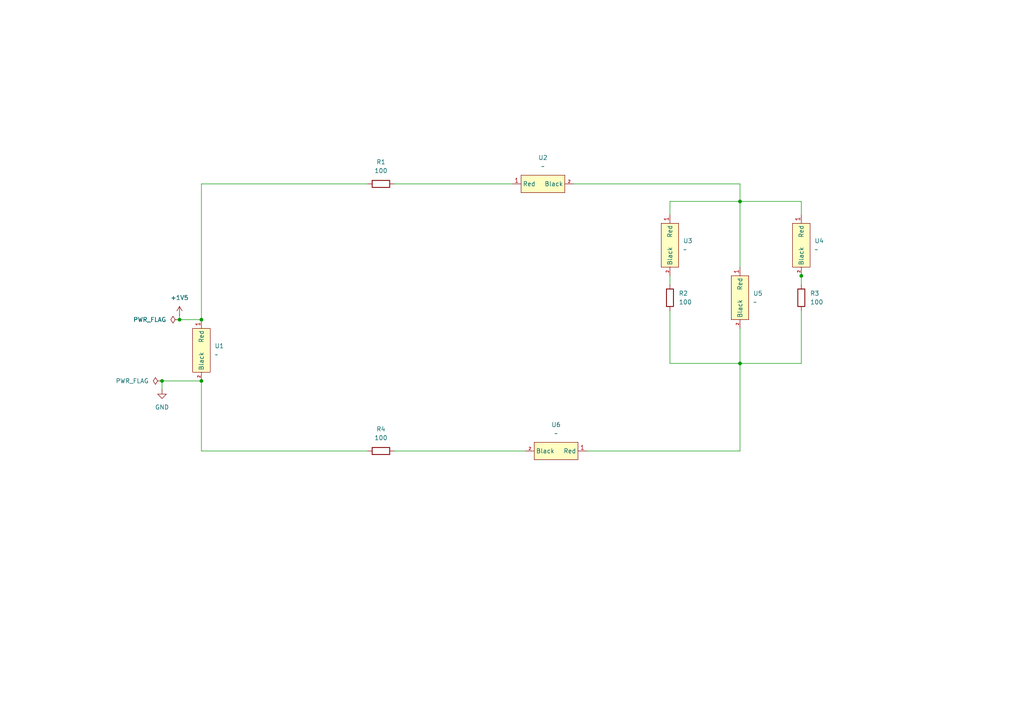
<source format=kicad_sch>
(kicad_sch
	(version 20250114)
	(generator "eeschema")
	(generator_version "9.0")
	(uuid "29a307a4-265a-4481-96fb-3bf79f08ec3f")
	(paper "A4")
	(title_block
		(title "KVL & KCL")
		(date "2026-01-20")
		(rev "1.0")
		(company "The University of Winnipeg")
		(comment 1 "Commissoned by Chris Bidinosti")
		(comment 2 "Designed by Tapendra B C")
	)
	(lib_symbols
		(symbol "Device:R"
			(pin_numbers
				(hide yes)
			)
			(pin_names
				(offset 0)
			)
			(exclude_from_sim no)
			(in_bom yes)
			(on_board yes)
			(property "Reference" "R"
				(at 2.032 0 90)
				(effects
					(font
						(size 1.27 1.27)
					)
				)
			)
			(property "Value" "R"
				(at 0 0 90)
				(effects
					(font
						(size 1.27 1.27)
					)
				)
			)
			(property "Footprint" ""
				(at -1.778 0 90)
				(effects
					(font
						(size 1.27 1.27)
					)
					(hide yes)
				)
			)
			(property "Datasheet" "~"
				(at 0 0 0)
				(effects
					(font
						(size 1.27 1.27)
					)
					(hide yes)
				)
			)
			(property "Description" "Resistor"
				(at 0 0 0)
				(effects
					(font
						(size 1.27 1.27)
					)
					(hide yes)
				)
			)
			(property "ki_keywords" "R res resistor"
				(at 0 0 0)
				(effects
					(font
						(size 1.27 1.27)
					)
					(hide yes)
				)
			)
			(property "ki_fp_filters" "R_*"
				(at 0 0 0)
				(effects
					(font
						(size 1.27 1.27)
					)
					(hide yes)
				)
			)
			(symbol "R_0_1"
				(rectangle
					(start -1.016 -2.54)
					(end 1.016 2.54)
					(stroke
						(width 0.254)
						(type default)
					)
					(fill
						(type none)
					)
				)
			)
			(symbol "R_1_1"
				(pin passive line
					(at 0 3.81 270)
					(length 1.27)
					(name "~"
						(effects
							(font
								(size 1.27 1.27)
							)
						)
					)
					(number "1"
						(effects
							(font
								(size 1.27 1.27)
							)
						)
					)
				)
				(pin passive line
					(at 0 -3.81 90)
					(length 1.27)
					(name "~"
						(effects
							(font
								(size 1.27 1.27)
							)
						)
					)
					(number "2"
						(effects
							(font
								(size 1.27 1.27)
							)
						)
					)
				)
			)
			(embedded_fonts no)
		)
		(symbol "banana_connector:red_and_black_banana_connectors"
			(exclude_from_sim no)
			(in_bom yes)
			(on_board yes)
			(property "Reference" "U"
				(at 0.508 0.762 0)
				(effects
					(font
						(size 1.27 1.27)
					)
				)
			)
			(property "Value" ""
				(at 0 0 0)
				(effects
					(font
						(size 1.27 1.27)
					)
				)
			)
			(property "Footprint" "banana_connector:Red&BlackBananaConnector"
				(at 26.67 -11.176 0)
				(effects
					(font
						(size 1.27 1.27)
					)
					(hide yes)
				)
			)
			(property "Datasheet" "https://ctemedia.s3-us-west-1.amazonaws.com/public/attachments/CT3149_drawing.pdf"
				(at 48.514 -18.034 0)
				(effects
					(font
						(size 1.27 1.27)
					)
					(hide yes)
				)
			)
			(property "Description" "Banana Connector Female(CT3149-2(red), CT3149-0(black))"
				(at 35.052 -15.748 0)
				(effects
					(font
						(size 1.27 1.27)
					)
					(hide yes)
				)
			)
			(property "Vendor" "Digikey"
				(at 33.02 -13.462 0)
				(effects
					(font
						(size 1.27 1.27)
					)
					(hide yes)
				)
			)
			(symbol "red_and_black_banana_connectors_1_0"
				(pin unspecified line
					(at -2.54 -2.54 0)
					(length 2.54)
					(name "Red"
						(effects
							(font
								(size 1.27 1.27)
							)
						)
					)
					(number "1"
						(effects
							(font
								(size 1.27 1.27)
							)
						)
					)
				)
			)
			(symbol "red_and_black_banana_connectors_1_1"
				(rectangle
					(start 0 0)
					(end 12.7 -5.08)
					(stroke
						(width 0)
						(type solid)
					)
					(fill
						(type background)
					)
				)
				(pin unspecified line
					(at 15.24 -2.54 180)
					(length 2.54)
					(name "Black"
						(effects
							(font
								(size 1.27 1.27)
							)
						)
					)
					(number "2"
						(effects
							(font
								(size 0.762 0.762)
							)
						)
					)
				)
			)
			(embedded_fonts no)
		)
		(symbol "power:+1V5"
			(power)
			(pin_numbers
				(hide yes)
			)
			(pin_names
				(offset 0)
				(hide yes)
			)
			(exclude_from_sim no)
			(in_bom yes)
			(on_board yes)
			(property "Reference" "#PWR"
				(at 0 -3.81 0)
				(effects
					(font
						(size 1.27 1.27)
					)
					(hide yes)
				)
			)
			(property "Value" "+1V5"
				(at 0 3.556 0)
				(effects
					(font
						(size 1.27 1.27)
					)
				)
			)
			(property "Footprint" ""
				(at 0 0 0)
				(effects
					(font
						(size 1.27 1.27)
					)
					(hide yes)
				)
			)
			(property "Datasheet" ""
				(at 0 0 0)
				(effects
					(font
						(size 1.27 1.27)
					)
					(hide yes)
				)
			)
			(property "Description" "Power symbol creates a global label with name \"+1V5\""
				(at 0 0 0)
				(effects
					(font
						(size 1.27 1.27)
					)
					(hide yes)
				)
			)
			(property "ki_keywords" "global power"
				(at 0 0 0)
				(effects
					(font
						(size 1.27 1.27)
					)
					(hide yes)
				)
			)
			(symbol "+1V5_0_1"
				(polyline
					(pts
						(xy -0.762 1.27) (xy 0 2.54)
					)
					(stroke
						(width 0)
						(type default)
					)
					(fill
						(type none)
					)
				)
				(polyline
					(pts
						(xy 0 2.54) (xy 0.762 1.27)
					)
					(stroke
						(width 0)
						(type default)
					)
					(fill
						(type none)
					)
				)
				(polyline
					(pts
						(xy 0 0) (xy 0 2.54)
					)
					(stroke
						(width 0)
						(type default)
					)
					(fill
						(type none)
					)
				)
			)
			(symbol "+1V5_1_1"
				(pin power_in line
					(at 0 0 90)
					(length 0)
					(name "~"
						(effects
							(font
								(size 1.27 1.27)
							)
						)
					)
					(number "1"
						(effects
							(font
								(size 1.27 1.27)
							)
						)
					)
				)
			)
			(embedded_fonts no)
		)
		(symbol "power:GND"
			(power)
			(pin_numbers
				(hide yes)
			)
			(pin_names
				(offset 0)
				(hide yes)
			)
			(exclude_from_sim no)
			(in_bom yes)
			(on_board yes)
			(property "Reference" "#PWR"
				(at 0 -6.35 0)
				(effects
					(font
						(size 1.27 1.27)
					)
					(hide yes)
				)
			)
			(property "Value" "GND"
				(at 0 -3.81 0)
				(effects
					(font
						(size 1.27 1.27)
					)
				)
			)
			(property "Footprint" ""
				(at 0 0 0)
				(effects
					(font
						(size 1.27 1.27)
					)
					(hide yes)
				)
			)
			(property "Datasheet" ""
				(at 0 0 0)
				(effects
					(font
						(size 1.27 1.27)
					)
					(hide yes)
				)
			)
			(property "Description" "Power symbol creates a global label with name \"GND\" , ground"
				(at 0 0 0)
				(effects
					(font
						(size 1.27 1.27)
					)
					(hide yes)
				)
			)
			(property "ki_keywords" "global power"
				(at 0 0 0)
				(effects
					(font
						(size 1.27 1.27)
					)
					(hide yes)
				)
			)
			(symbol "GND_0_1"
				(polyline
					(pts
						(xy 0 0) (xy 0 -1.27) (xy 1.27 -1.27) (xy 0 -2.54) (xy -1.27 -1.27) (xy 0 -1.27)
					)
					(stroke
						(width 0)
						(type default)
					)
					(fill
						(type none)
					)
				)
			)
			(symbol "GND_1_1"
				(pin power_in line
					(at 0 0 270)
					(length 0)
					(name "~"
						(effects
							(font
								(size 1.27 1.27)
							)
						)
					)
					(number "1"
						(effects
							(font
								(size 1.27 1.27)
							)
						)
					)
				)
			)
			(embedded_fonts no)
		)
		(symbol "power:PWR_FLAG"
			(power)
			(pin_numbers
				(hide yes)
			)
			(pin_names
				(offset 0)
				(hide yes)
			)
			(exclude_from_sim no)
			(in_bom yes)
			(on_board yes)
			(property "Reference" "#FLG"
				(at 0 1.905 0)
				(effects
					(font
						(size 1.27 1.27)
					)
					(hide yes)
				)
			)
			(property "Value" "PWR_FLAG"
				(at 0 3.81 0)
				(effects
					(font
						(size 1.27 1.27)
					)
				)
			)
			(property "Footprint" ""
				(at 0 0 0)
				(effects
					(font
						(size 1.27 1.27)
					)
					(hide yes)
				)
			)
			(property "Datasheet" "~"
				(at 0 0 0)
				(effects
					(font
						(size 1.27 1.27)
					)
					(hide yes)
				)
			)
			(property "Description" "Special symbol for telling ERC where power comes from"
				(at 0 0 0)
				(effects
					(font
						(size 1.27 1.27)
					)
					(hide yes)
				)
			)
			(property "ki_keywords" "flag power"
				(at 0 0 0)
				(effects
					(font
						(size 1.27 1.27)
					)
					(hide yes)
				)
			)
			(symbol "PWR_FLAG_0_0"
				(pin power_out line
					(at 0 0 90)
					(length 0)
					(name "~"
						(effects
							(font
								(size 1.27 1.27)
							)
						)
					)
					(number "1"
						(effects
							(font
								(size 1.27 1.27)
							)
						)
					)
				)
			)
			(symbol "PWR_FLAG_0_1"
				(polyline
					(pts
						(xy 0 0) (xy 0 1.27) (xy -1.016 1.905) (xy 0 2.54) (xy 1.016 1.905) (xy 0 1.27)
					)
					(stroke
						(width 0)
						(type default)
					)
					(fill
						(type none)
					)
				)
			)
			(embedded_fonts no)
		)
	)
	(junction
		(at 58.42 92.71)
		(diameter 0)
		(color 0 0 0 0)
		(uuid "3e07661e-ff8c-4501-9969-20e9ede66726")
	)
	(junction
		(at 232.41 80.01)
		(diameter 0)
		(color 0 0 0 0)
		(uuid "6ddb1a09-1489-4be7-9060-203273635e12")
	)
	(junction
		(at 52.07 92.71)
		(diameter 0)
		(color 0 0 0 0)
		(uuid "af8a2dae-13e5-4071-9bb6-651baca5d6de")
	)
	(junction
		(at 46.99 110.49)
		(diameter 0)
		(color 0 0 0 0)
		(uuid "b58907dc-7c63-4609-983f-06e09e1a4759")
	)
	(junction
		(at 214.63 105.41)
		(diameter 0)
		(color 0 0 0 0)
		(uuid "c7ca5399-c3b4-4f09-9245-9ae3a1fbddb8")
	)
	(junction
		(at 58.42 110.49)
		(diameter 0)
		(color 0 0 0 0)
		(uuid "dac7e697-bb8c-4869-8f6b-8efae9b99bbf")
	)
	(junction
		(at 214.63 58.42)
		(diameter 0)
		(color 0 0 0 0)
		(uuid "ea0ad226-11e7-4ec9-91b7-df9b112eabcb")
	)
	(wire
		(pts
			(xy 194.31 62.23) (xy 194.31 58.42)
		)
		(stroke
			(width 0)
			(type default)
		)
		(uuid "06e30f46-d1c4-4d5b-aaee-9465bd56803b")
	)
	(wire
		(pts
			(xy 214.63 95.25) (xy 214.63 105.41)
		)
		(stroke
			(width 0)
			(type default)
		)
		(uuid "0aed1bd4-794a-4757-ad49-1f62d196e50f")
	)
	(wire
		(pts
			(xy 58.42 110.49) (xy 46.99 110.49)
		)
		(stroke
			(width 0)
			(type default)
		)
		(uuid "19db7d86-f511-4da6-83b0-4ce5418bd1e0")
	)
	(wire
		(pts
			(xy 214.63 58.42) (xy 214.63 77.47)
		)
		(stroke
			(width 0)
			(type default)
		)
		(uuid "1b778025-22e2-4296-8588-4087c0c0e737")
	)
	(wire
		(pts
			(xy 114.3 130.81) (xy 152.4 130.81)
		)
		(stroke
			(width 0)
			(type default)
		)
		(uuid "39c01123-8fc0-4c4e-a060-bf681ce91870")
	)
	(wire
		(pts
			(xy 232.41 58.42) (xy 232.41 62.23)
		)
		(stroke
			(width 0)
			(type default)
		)
		(uuid "471bfc52-b83b-44dc-b2dd-f684e2d7ad7b")
	)
	(wire
		(pts
			(xy 214.63 58.42) (xy 232.41 58.42)
		)
		(stroke
			(width 0)
			(type default)
		)
		(uuid "5d0737ef-3efa-4ecb-bd4d-0cf302be140d")
	)
	(wire
		(pts
			(xy 214.63 53.34) (xy 166.37 53.34)
		)
		(stroke
			(width 0)
			(type default)
		)
		(uuid "7396f9c4-8eda-40a9-95a3-4cfe823fbc7f")
	)
	(wire
		(pts
			(xy 58.42 92.71) (xy 52.07 92.71)
		)
		(stroke
			(width 0)
			(type default)
		)
		(uuid "75e4edd8-9497-4a05-8240-9b8a21f3d46f")
	)
	(wire
		(pts
			(xy 58.42 110.49) (xy 58.42 130.81)
		)
		(stroke
			(width 0)
			(type default)
		)
		(uuid "7b345ec8-05bc-40c1-90e9-02d8283b4611")
	)
	(wire
		(pts
			(xy 194.31 58.42) (xy 214.63 58.42)
		)
		(stroke
			(width 0)
			(type default)
		)
		(uuid "8375c901-a587-4263-9170-22ca249c2824")
	)
	(wire
		(pts
			(xy 46.99 110.49) (xy 46.99 113.03)
		)
		(stroke
			(width 0)
			(type default)
		)
		(uuid "88783ea0-41df-4325-83d0-4094b5e60fa9")
	)
	(wire
		(pts
			(xy 170.18 130.81) (xy 214.63 130.81)
		)
		(stroke
			(width 0)
			(type default)
		)
		(uuid "8a76a580-2591-4bb6-8124-91cc457d9955")
	)
	(wire
		(pts
			(xy 52.07 92.71) (xy 52.07 91.44)
		)
		(stroke
			(width 0)
			(type default)
		)
		(uuid "998f6b0e-111e-47d2-8e10-1e8d50339a8b")
	)
	(wire
		(pts
			(xy 58.42 130.81) (xy 106.68 130.81)
		)
		(stroke
			(width 0)
			(type default)
		)
		(uuid "9b665c61-6d4f-4fb0-ac19-24e27916ad83")
	)
	(wire
		(pts
			(xy 194.31 80.01) (xy 194.31 82.55)
		)
		(stroke
			(width 0)
			(type default)
		)
		(uuid "9be88c46-863e-43be-be55-8d3cfda573b1")
	)
	(wire
		(pts
			(xy 214.63 58.42) (xy 214.63 53.34)
		)
		(stroke
			(width 0)
			(type default)
		)
		(uuid "a06f724e-b5c8-4bda-af9c-9183266012ef")
	)
	(wire
		(pts
			(xy 194.31 105.41) (xy 194.31 90.17)
		)
		(stroke
			(width 0)
			(type default)
		)
		(uuid "b97b4d71-10ee-42f2-901b-5028f054d297")
	)
	(wire
		(pts
			(xy 114.3 53.34) (xy 148.59 53.34)
		)
		(stroke
			(width 0)
			(type default)
		)
		(uuid "bbc1fbed-6de0-428a-8d98-2af8fe4f75d1")
	)
	(wire
		(pts
			(xy 58.42 53.34) (xy 58.42 92.71)
		)
		(stroke
			(width 0)
			(type default)
		)
		(uuid "c2ed313c-8994-44a4-b251-99845cd5b8b8")
	)
	(wire
		(pts
			(xy 214.63 105.41) (xy 232.41 105.41)
		)
		(stroke
			(width 0)
			(type default)
		)
		(uuid "c6f5163b-d110-48e0-bd9d-0c72dcd6328b")
	)
	(wire
		(pts
			(xy 232.41 80.01) (xy 232.41 82.55)
		)
		(stroke
			(width 0)
			(type default)
		)
		(uuid "cca57d66-77e0-4dbb-97b1-5b5aa91f8e49")
	)
	(wire
		(pts
			(xy 214.63 130.81) (xy 214.63 105.41)
		)
		(stroke
			(width 0)
			(type default)
		)
		(uuid "d935c1f8-696d-421e-b0c6-cdcce95bbfb6")
	)
	(wire
		(pts
			(xy 232.41 105.41) (xy 232.41 90.17)
		)
		(stroke
			(width 0)
			(type default)
		)
		(uuid "deb2fd35-35f9-484d-8e6e-c988c60089e7")
	)
	(wire
		(pts
			(xy 194.31 105.41) (xy 214.63 105.41)
		)
		(stroke
			(width 0)
			(type default)
		)
		(uuid "e5bd5979-a04c-4135-b9e4-14537aad0b8e")
	)
	(wire
		(pts
			(xy 232.41 78.74) (xy 232.41 80.01)
		)
		(stroke
			(width 0)
			(type default)
		)
		(uuid "eb195468-aaa2-452b-9d8e-96b4ee006b35")
	)
	(wire
		(pts
			(xy 106.68 53.34) (xy 58.42 53.34)
		)
		(stroke
			(width 0)
			(type default)
		)
		(uuid "f4a548a1-bf20-483c-9cc4-791c960e8cb4")
	)
	(symbol
		(lib_id "Device:R")
		(at 110.49 130.81 90)
		(unit 1)
		(exclude_from_sim no)
		(in_bom yes)
		(on_board yes)
		(dnp no)
		(fields_autoplaced yes)
		(uuid "11df214e-0c81-4368-924f-50b06542997b")
		(property "Reference" "R4"
			(at 110.49 124.46 90)
			(effects
				(font
					(size 1.27 1.27)
				)
			)
		)
		(property "Value" "100"
			(at 110.49 127 90)
			(effects
				(font
					(size 1.27 1.27)
				)
			)
		)
		(property "Footprint" "Resistor_THT:R_Axial_DIN0309_L9.0mm_D3.2mm_P12.70mm_Horizontal"
			(at 110.49 132.588 90)
			(effects
				(font
					(size 1.27 1.27)
				)
				(hide yes)
			)
		)
		(property "Datasheet" "https://yageogroup.com/content/datasheet/asset/file/YAGEO-MFP_DATASHEET"
			(at 110.49 130.81 0)
			(effects
				(font
					(size 1.27 1.27)
				)
				(hide yes)
			)
		)
		(property "Description" "Resistor"
			(at 110.49 130.81 0)
			(effects
				(font
					(size 1.27 1.27)
				)
				(hide yes)
			)
		)
		(property "Vendor" "Digikey, https://www.digikey.ca/en/products/detail/yageo/MFP50SBBE52-100R/9127279"
			(at 110.49 130.81 90)
			(effects
				(font
					(size 1.27 1.27)
				)
				(hide yes)
			)
		)
		(pin "1"
			(uuid "123f2d13-df50-4168-ae98-b9c091206e29")
		)
		(pin "2"
			(uuid "96890d12-2146-4677-a970-793742b949ce")
		)
		(instances
			(project "KVL+KCL"
				(path "/29a307a4-265a-4481-96fb-3bf79f08ec3f"
					(reference "R4")
					(unit 1)
				)
			)
		)
	)
	(symbol
		(lib_id "Device:R")
		(at 110.49 53.34 90)
		(unit 1)
		(exclude_from_sim no)
		(in_bom yes)
		(on_board yes)
		(dnp no)
		(fields_autoplaced yes)
		(uuid "174cafd2-8fd4-4a3f-9ca3-b6d1b50869de")
		(property "Reference" "R1"
			(at 110.49 46.99 90)
			(effects
				(font
					(size 1.27 1.27)
				)
			)
		)
		(property "Value" "100"
			(at 110.49 49.53 90)
			(effects
				(font
					(size 1.27 1.27)
				)
			)
		)
		(property "Footprint" "Resistor_THT:R_Axial_DIN0309_L9.0mm_D3.2mm_P12.70mm_Horizontal"
			(at 110.49 55.118 90)
			(effects
				(font
					(size 1.27 1.27)
				)
				(hide yes)
			)
		)
		(property "Datasheet" "https://yageogroup.com/content/datasheet/asset/file/YAGEO-MFP_DATASHEET"
			(at 110.49 53.34 0)
			(effects
				(font
					(size 1.27 1.27)
				)
				(hide yes)
			)
		)
		(property "Description" "Resistor"
			(at 110.49 53.34 0)
			(effects
				(font
					(size 1.27 1.27)
				)
				(hide yes)
			)
		)
		(property "Vendor" "Digikey, https://www.digikey.ca/en/products/detail/yageo/MFP50SBBE52-100R/9127279"
			(at 110.49 53.34 90)
			(effects
				(font
					(size 1.27 1.27)
				)
				(hide yes)
			)
		)
		(pin "1"
			(uuid "b7273e6b-24b8-45bf-a925-7196c2a9f3e5")
		)
		(pin "2"
			(uuid "955b56fd-5bb8-42eb-be5e-fdeb10808ccf")
		)
		(instances
			(project ""
				(path "/29a307a4-265a-4481-96fb-3bf79f08ec3f"
					(reference "R1")
					(unit 1)
				)
			)
		)
	)
	(symbol
		(lib_id "banana_connector:red_and_black_banana_connectors")
		(at 60.96 95.25 270)
		(unit 1)
		(exclude_from_sim no)
		(in_bom yes)
		(on_board yes)
		(dnp no)
		(fields_autoplaced yes)
		(uuid "1abe3fc7-68d7-41db-b0fa-f3c9ae2fa4a3")
		(property "Reference" "U1"
			(at 62.23 100.3299 90)
			(effects
				(font
					(size 1.27 1.27)
				)
				(justify left)
			)
		)
		(property "Value" "~"
			(at 62.23 102.8699 90)
			(effects
				(font
					(size 1.27 1.27)
				)
				(justify left)
			)
		)
		(property "Footprint" "banana_connector:Red&BlackBananaConnector"
			(at 49.784 121.92 0)
			(effects
				(font
					(size 1.27 1.27)
				)
				(hide yes)
			)
		)
		(property "Datasheet" "https://ctemedia.s3-us-west-1.amazonaws.com/public/attachments/CT3149_drawing.pdf"
			(at 42.926 143.764 0)
			(effects
				(font
					(size 1.27 1.27)
				)
				(hide yes)
			)
		)
		(property "Description" "Banana Connector Female(CT3149-2(red), CT3149-0(black))"
			(at 45.212 130.302 0)
			(effects
				(font
					(size 1.27 1.27)
				)
				(hide yes)
			)
		)
		(property "Vendor" "Digikey"
			(at 47.498 128.27 0)
			(effects
				(font
					(size 1.27 1.27)
				)
				(hide yes)
			)
		)
		(pin "2"
			(uuid "c1492e69-598b-42df-a633-d56f1266e539")
		)
		(pin "1"
			(uuid "30525fcc-1442-4eff-b497-cc8b8c2aace1")
		)
		(instances
			(project ""
				(path "/29a307a4-265a-4481-96fb-3bf79f08ec3f"
					(reference "U1")
					(unit 1)
				)
			)
		)
	)
	(symbol
		(lib_id "banana_connector:red_and_black_banana_connectors")
		(at 234.95 64.77 270)
		(unit 1)
		(exclude_from_sim no)
		(in_bom yes)
		(on_board yes)
		(dnp no)
		(fields_autoplaced yes)
		(uuid "1c837e42-4316-40e7-b33a-0c79a067e5b6")
		(property "Reference" "U4"
			(at 236.22 69.8499 90)
			(effects
				(font
					(size 1.27 1.27)
				)
				(justify left)
			)
		)
		(property "Value" "~"
			(at 236.22 72.3899 90)
			(effects
				(font
					(size 1.27 1.27)
				)
				(justify left)
			)
		)
		(property "Footprint" "banana_connector:Red&BlackBananaConnector"
			(at 223.774 91.44 0)
			(effects
				(font
					(size 1.27 1.27)
				)
				(hide yes)
			)
		)
		(property "Datasheet" "https://ctemedia.s3-us-west-1.amazonaws.com/public/attachments/CT3149_drawing.pdf"
			(at 216.916 113.284 0)
			(effects
				(font
					(size 1.27 1.27)
				)
				(hide yes)
			)
		)
		(property "Description" "Banana Connector Female(CT3149-2(red), CT3149-0(black))"
			(at 219.202 99.822 0)
			(effects
				(font
					(size 1.27 1.27)
				)
				(hide yes)
			)
		)
		(property "Vendor" "Digikey"
			(at 221.488 97.79 0)
			(effects
				(font
					(size 1.27 1.27)
				)
				(hide yes)
			)
		)
		(pin "2"
			(uuid "42b15549-eb6f-4ef0-ac6d-804748e0b8ab")
		)
		(pin "1"
			(uuid "57ecbb12-5f4a-4f7f-9469-5c3b024a44fd")
		)
		(instances
			(project "KVL+KCL"
				(path "/29a307a4-265a-4481-96fb-3bf79f08ec3f"
					(reference "U4")
					(unit 1)
				)
			)
		)
	)
	(symbol
		(lib_id "banana_connector:red_and_black_banana_connectors")
		(at 151.13 50.8 0)
		(unit 1)
		(exclude_from_sim no)
		(in_bom yes)
		(on_board yes)
		(dnp no)
		(fields_autoplaced yes)
		(uuid "48cab616-e4fb-4bce-8c62-1b0a7d09fbeb")
		(property "Reference" "U2"
			(at 157.48 45.72 0)
			(effects
				(font
					(size 1.27 1.27)
				)
			)
		)
		(property "Value" "~"
			(at 157.48 48.26 0)
			(effects
				(font
					(size 1.27 1.27)
				)
			)
		)
		(property "Footprint" "banana_connector:Red&BlackBananaConnector"
			(at 177.8 61.976 0)
			(effects
				(font
					(size 1.27 1.27)
				)
				(hide yes)
			)
		)
		(property "Datasheet" "https://ctemedia.s3-us-west-1.amazonaws.com/public/attachments/CT3149_drawing.pdf"
			(at 199.644 68.834 0)
			(effects
				(font
					(size 1.27 1.27)
				)
				(hide yes)
			)
		)
		(property "Description" "Banana Connector Female(CT3149-2(red), CT3149-0(black))"
			(at 186.182 66.548 0)
			(effects
				(font
					(size 1.27 1.27)
				)
				(hide yes)
			)
		)
		(property "Vendor" "Digikey"
			(at 184.15 64.262 0)
			(effects
				(font
					(size 1.27 1.27)
				)
				(hide yes)
			)
		)
		(pin "2"
			(uuid "c6cc8dcc-aea2-44a3-9519-64efeccb1bc9")
		)
		(pin "1"
			(uuid "03c99852-107b-4156-95cf-76367d5dde85")
		)
		(instances
			(project "KVL+KCL"
				(path "/29a307a4-265a-4481-96fb-3bf79f08ec3f"
					(reference "U2")
					(unit 1)
				)
			)
		)
	)
	(symbol
		(lib_id "power:+1V5")
		(at 52.07 91.44 0)
		(unit 1)
		(exclude_from_sim no)
		(in_bom yes)
		(on_board yes)
		(dnp no)
		(fields_autoplaced yes)
		(uuid "64be0c79-f5ed-44bc-98a2-774831c9e159")
		(property "Reference" "#PWR01"
			(at 52.07 95.25 0)
			(effects
				(font
					(size 1.27 1.27)
				)
				(hide yes)
			)
		)
		(property "Value" "+1V5"
			(at 52.07 86.36 0)
			(effects
				(font
					(size 1.27 1.27)
				)
			)
		)
		(property "Footprint" ""
			(at 52.07 91.44 0)
			(effects
				(font
					(size 1.27 1.27)
				)
				(hide yes)
			)
		)
		(property "Datasheet" ""
			(at 52.07 91.44 0)
			(effects
				(font
					(size 1.27 1.27)
				)
				(hide yes)
			)
		)
		(property "Description" "Power symbol creates a global label with name \"+1V5\""
			(at 52.07 91.44 0)
			(effects
				(font
					(size 1.27 1.27)
				)
				(hide yes)
			)
		)
		(pin "1"
			(uuid "54ea01c1-bf81-4ae4-bb3d-bbb90846d474")
		)
		(instances
			(project ""
				(path "/29a307a4-265a-4481-96fb-3bf79f08ec3f"
					(reference "#PWR01")
					(unit 1)
				)
			)
		)
	)
	(symbol
		(lib_id "banana_connector:red_and_black_banana_connectors")
		(at 167.64 133.35 180)
		(unit 1)
		(exclude_from_sim no)
		(in_bom yes)
		(on_board yes)
		(dnp no)
		(fields_autoplaced yes)
		(uuid "6a38b5b6-0f43-4f48-b29e-0849705dbc8d")
		(property "Reference" "U6"
			(at 161.29 123.19 0)
			(effects
				(font
					(size 1.27 1.27)
				)
			)
		)
		(property "Value" "~"
			(at 161.29 125.73 0)
			(effects
				(font
					(size 1.27 1.27)
				)
			)
		)
		(property "Footprint" "banana_connector:Red&BlackBananaConnector"
			(at 140.97 122.174 0)
			(effects
				(font
					(size 1.27 1.27)
				)
				(hide yes)
			)
		)
		(property "Datasheet" "https://ctemedia.s3-us-west-1.amazonaws.com/public/attachments/CT3149_drawing.pdf"
			(at 119.126 115.316 0)
			(effects
				(font
					(size 1.27 1.27)
				)
				(hide yes)
			)
		)
		(property "Description" "Banana Connector Female(CT3149-2(red), CT3149-0(black))"
			(at 132.588 117.602 0)
			(effects
				(font
					(size 1.27 1.27)
				)
				(hide yes)
			)
		)
		(property "Vendor" "Digikey"
			(at 134.62 119.888 0)
			(effects
				(font
					(size 1.27 1.27)
				)
				(hide yes)
			)
		)
		(pin "2"
			(uuid "4fbc39e4-e73d-4051-9013-d07a6cd91059")
		)
		(pin "1"
			(uuid "dbd92c86-4070-4a6b-a797-a59fa3d0b124")
		)
		(instances
			(project "KVL+KCL"
				(path "/29a307a4-265a-4481-96fb-3bf79f08ec3f"
					(reference "U6")
					(unit 1)
				)
			)
		)
	)
	(symbol
		(lib_id "power:PWR_FLAG")
		(at 46.99 110.49 90)
		(unit 1)
		(exclude_from_sim no)
		(in_bom yes)
		(on_board yes)
		(dnp no)
		(fields_autoplaced yes)
		(uuid "80730a15-72ac-4ed2-9e57-9dbb1ab8f674")
		(property "Reference" "#FLG02"
			(at 45.085 110.49 0)
			(effects
				(font
					(size 1.27 1.27)
				)
				(hide yes)
			)
		)
		(property "Value" "PWR_FLAG"
			(at 43.18 110.4899 90)
			(effects
				(font
					(size 1.27 1.27)
				)
				(justify left)
			)
		)
		(property "Footprint" ""
			(at 46.99 110.49 0)
			(effects
				(font
					(size 1.27 1.27)
				)
				(hide yes)
			)
		)
		(property "Datasheet" "~"
			(at 46.99 110.49 0)
			(effects
				(font
					(size 1.27 1.27)
				)
				(hide yes)
			)
		)
		(property "Description" "Special symbol for telling ERC where power comes from"
			(at 46.99 110.49 0)
			(effects
				(font
					(size 1.27 1.27)
				)
				(hide yes)
			)
		)
		(pin "1"
			(uuid "1cfff4f1-d7af-4188-ba52-d4dabc3db0e0")
		)
		(instances
			(project "KVL+KCL"
				(path "/29a307a4-265a-4481-96fb-3bf79f08ec3f"
					(reference "#FLG02")
					(unit 1)
				)
			)
		)
	)
	(symbol
		(lib_id "power:PWR_FLAG")
		(at 52.07 92.71 90)
		(unit 1)
		(exclude_from_sim no)
		(in_bom yes)
		(on_board yes)
		(dnp no)
		(fields_autoplaced yes)
		(uuid "84caa00d-dcbd-471f-967a-7e0c95e04628")
		(property "Reference" "#FLG01"
			(at 50.165 92.71 0)
			(effects
				(font
					(size 1.27 1.27)
				)
				(hide yes)
			)
		)
		(property "Value" "PWR_FLAG"
			(at 48.26 92.7099 90)
			(effects
				(font
					(size 1.27 1.27)
				)
				(justify left)
			)
		)
		(property "Footprint" ""
			(at 52.07 92.71 0)
			(effects
				(font
					(size 1.27 1.27)
				)
				(hide yes)
			)
		)
		(property "Datasheet" "~"
			(at 52.07 92.71 0)
			(effects
				(font
					(size 1.27 1.27)
				)
				(hide yes)
			)
		)
		(property "Description" "Special symbol for telling ERC where power comes from"
			(at 52.07 92.71 0)
			(effects
				(font
					(size 1.27 1.27)
				)
				(hide yes)
			)
		)
		(pin "1"
			(uuid "d57d9564-0fc0-4747-836d-8c255d984649")
		)
		(instances
			(project ""
				(path "/29a307a4-265a-4481-96fb-3bf79f08ec3f"
					(reference "#FLG01")
					(unit 1)
				)
			)
		)
	)
	(symbol
		(lib_id "banana_connector:red_and_black_banana_connectors")
		(at 196.85 64.77 270)
		(unit 1)
		(exclude_from_sim no)
		(in_bom yes)
		(on_board yes)
		(dnp no)
		(fields_autoplaced yes)
		(uuid "8a925396-843b-45bc-a49e-070c82cc6c39")
		(property "Reference" "U3"
			(at 198.12 69.8499 90)
			(effects
				(font
					(size 1.27 1.27)
				)
				(justify left)
			)
		)
		(property "Value" "~"
			(at 198.12 72.3899 90)
			(effects
				(font
					(size 1.27 1.27)
				)
				(justify left)
			)
		)
		(property "Footprint" "banana_connector:Red&BlackBananaConnector"
			(at 185.674 91.44 0)
			(effects
				(font
					(size 1.27 1.27)
				)
				(hide yes)
			)
		)
		(property "Datasheet" "https://ctemedia.s3-us-west-1.amazonaws.com/public/attachments/CT3149_drawing.pdf"
			(at 178.816 113.284 0)
			(effects
				(font
					(size 1.27 1.27)
				)
				(hide yes)
			)
		)
		(property "Description" "Banana Connector Female(CT3149-2(red), CT3149-0(black))"
			(at 181.102 99.822 0)
			(effects
				(font
					(size 1.27 1.27)
				)
				(hide yes)
			)
		)
		(property "Vendor" "Digikey"
			(at 183.388 97.79 0)
			(effects
				(font
					(size 1.27 1.27)
				)
				(hide yes)
			)
		)
		(pin "2"
			(uuid "1f8b483a-5eb1-4d3b-87b0-48264c238a1d")
		)
		(pin "1"
			(uuid "f571688e-7b74-4349-a967-7d30fb645101")
		)
		(instances
			(project "KVL+KCL"
				(path "/29a307a4-265a-4481-96fb-3bf79f08ec3f"
					(reference "U3")
					(unit 1)
				)
			)
		)
	)
	(symbol
		(lib_id "Device:R")
		(at 232.41 86.36 180)
		(unit 1)
		(exclude_from_sim no)
		(in_bom yes)
		(on_board yes)
		(dnp no)
		(fields_autoplaced yes)
		(uuid "9606e1a4-4c03-411a-9dd0-926a3c2a35d7")
		(property "Reference" "R3"
			(at 234.95 85.0899 0)
			(effects
				(font
					(size 1.27 1.27)
				)
				(justify right)
			)
		)
		(property "Value" "100"
			(at 234.95 87.6299 0)
			(effects
				(font
					(size 1.27 1.27)
				)
				(justify right)
			)
		)
		(property "Footprint" "Resistor_THT:R_Axial_DIN0309_L9.0mm_D3.2mm_P12.70mm_Horizontal"
			(at 234.188 86.36 90)
			(effects
				(font
					(size 1.27 1.27)
				)
				(hide yes)
			)
		)
		(property "Datasheet" "https://yageogroup.com/content/datasheet/asset/file/YAGEO-MFP_DATASHEET"
			(at 232.41 86.36 0)
			(effects
				(font
					(size 1.27 1.27)
				)
				(hide yes)
			)
		)
		(property "Description" "Resistor"
			(at 232.41 86.36 0)
			(effects
				(font
					(size 1.27 1.27)
				)
				(hide yes)
			)
		)
		(property "Vendor" "Digikey, https://www.digikey.ca/en/products/detail/yageo/MFP50SBBE52-100R/9127279"
			(at 232.41 86.36 90)
			(effects
				(font
					(size 1.27 1.27)
				)
				(hide yes)
			)
		)
		(pin "1"
			(uuid "e6d33aae-2cb8-4e14-a0de-53462331c821")
		)
		(pin "2"
			(uuid "75a2f1e3-1237-45e4-b67f-44bc45f0eea0")
		)
		(instances
			(project "KVL+KCL"
				(path "/29a307a4-265a-4481-96fb-3bf79f08ec3f"
					(reference "R3")
					(unit 1)
				)
			)
		)
	)
	(symbol
		(lib_id "banana_connector:red_and_black_banana_connectors")
		(at 217.17 80.01 270)
		(unit 1)
		(exclude_from_sim no)
		(in_bom yes)
		(on_board yes)
		(dnp no)
		(fields_autoplaced yes)
		(uuid "99fc3910-5f9d-4723-8c5b-0fdeb643e0b9")
		(property "Reference" "U5"
			(at 218.44 85.0899 90)
			(effects
				(font
					(size 1.27 1.27)
				)
				(justify left)
			)
		)
		(property "Value" "~"
			(at 218.44 87.6299 90)
			(effects
				(font
					(size 1.27 1.27)
				)
				(justify left)
			)
		)
		(property "Footprint" "banana_connector:Red&BlackBananaConnector"
			(at 205.994 106.68 0)
			(effects
				(font
					(size 1.27 1.27)
				)
				(hide yes)
			)
		)
		(property "Datasheet" "https://ctemedia.s3-us-west-1.amazonaws.com/public/attachments/CT3149_drawing.pdf"
			(at 199.136 128.524 0)
			(effects
				(font
					(size 1.27 1.27)
				)
				(hide yes)
			)
		)
		(property "Description" "Banana Connector Female(CT3149-2(red), CT3149-0(black))"
			(at 201.422 115.062 0)
			(effects
				(font
					(size 1.27 1.27)
				)
				(hide yes)
			)
		)
		(property "Vendor" "Digikey"
			(at 203.708 113.03 0)
			(effects
				(font
					(size 1.27 1.27)
				)
				(hide yes)
			)
		)
		(pin "2"
			(uuid "eb5c6fce-33b7-42da-a5b6-d01edb366316")
		)
		(pin "1"
			(uuid "7bd170f5-f987-438d-91c6-5506f7daddb1")
		)
		(instances
			(project "KVL+KCL"
				(path "/29a307a4-265a-4481-96fb-3bf79f08ec3f"
					(reference "U5")
					(unit 1)
				)
			)
		)
	)
	(symbol
		(lib_id "Device:R")
		(at 194.31 86.36 0)
		(unit 1)
		(exclude_from_sim no)
		(in_bom yes)
		(on_board yes)
		(dnp no)
		(fields_autoplaced yes)
		(uuid "a1fdf20f-374a-4e74-b913-ec332bd1f0a4")
		(property "Reference" "R2"
			(at 196.85 85.0899 0)
			(effects
				(font
					(size 1.27 1.27)
				)
				(justify left)
			)
		)
		(property "Value" "100"
			(at 196.85 87.6299 0)
			(effects
				(font
					(size 1.27 1.27)
				)
				(justify left)
			)
		)
		(property "Footprint" "Resistor_THT:R_Axial_DIN0309_L9.0mm_D3.2mm_P12.70mm_Horizontal"
			(at 192.532 86.36 90)
			(effects
				(font
					(size 1.27 1.27)
				)
				(hide yes)
			)
		)
		(property "Datasheet" "https://yageogroup.com/content/datasheet/asset/file/YAGEO-MFP_DATASHEET"
			(at 194.31 86.36 0)
			(effects
				(font
					(size 1.27 1.27)
				)
				(hide yes)
			)
		)
		(property "Description" "Resistor"
			(at 194.31 86.36 0)
			(effects
				(font
					(size 1.27 1.27)
				)
				(hide yes)
			)
		)
		(property "Vendor" "Digikey, https://www.digikey.ca/en/products/detail/yageo/MFP50SBBE52-100R/9127279"
			(at 194.31 86.36 90)
			(effects
				(font
					(size 1.27 1.27)
				)
				(hide yes)
			)
		)
		(pin "1"
			(uuid "012ebd2b-1754-4ed3-a907-81219bdb8b02")
		)
		(pin "2"
			(uuid "f4364a94-1fc6-4931-9253-57cfc4f7aa53")
		)
		(instances
			(project "KVL+KCL"
				(path "/29a307a4-265a-4481-96fb-3bf79f08ec3f"
					(reference "R2")
					(unit 1)
				)
			)
		)
	)
	(symbol
		(lib_id "power:GND")
		(at 46.99 113.03 0)
		(unit 1)
		(exclude_from_sim no)
		(in_bom yes)
		(on_board yes)
		(dnp no)
		(fields_autoplaced yes)
		(uuid "c9ed95a1-08c1-408d-a6bf-a473641c0df9")
		(property "Reference" "#PWR02"
			(at 46.99 119.38 0)
			(effects
				(font
					(size 1.27 1.27)
				)
				(hide yes)
			)
		)
		(property "Value" "GND"
			(at 46.99 118.11 0)
			(effects
				(font
					(size 1.27 1.27)
				)
			)
		)
		(property "Footprint" ""
			(at 46.99 113.03 0)
			(effects
				(font
					(size 1.27 1.27)
				)
				(hide yes)
			)
		)
		(property "Datasheet" ""
			(at 46.99 113.03 0)
			(effects
				(font
					(size 1.27 1.27)
				)
				(hide yes)
			)
		)
		(property "Description" "Power symbol creates a global label with name \"GND\" , ground"
			(at 46.99 113.03 0)
			(effects
				(font
					(size 1.27 1.27)
				)
				(hide yes)
			)
		)
		(pin "1"
			(uuid "076960bb-9901-4045-a4ab-9fa46479203a")
		)
		(instances
			(project ""
				(path "/29a307a4-265a-4481-96fb-3bf79f08ec3f"
					(reference "#PWR02")
					(unit 1)
				)
			)
		)
	)
	(sheet_instances
		(path "/"
			(page "1")
		)
	)
	(embedded_fonts no)
)

</source>
